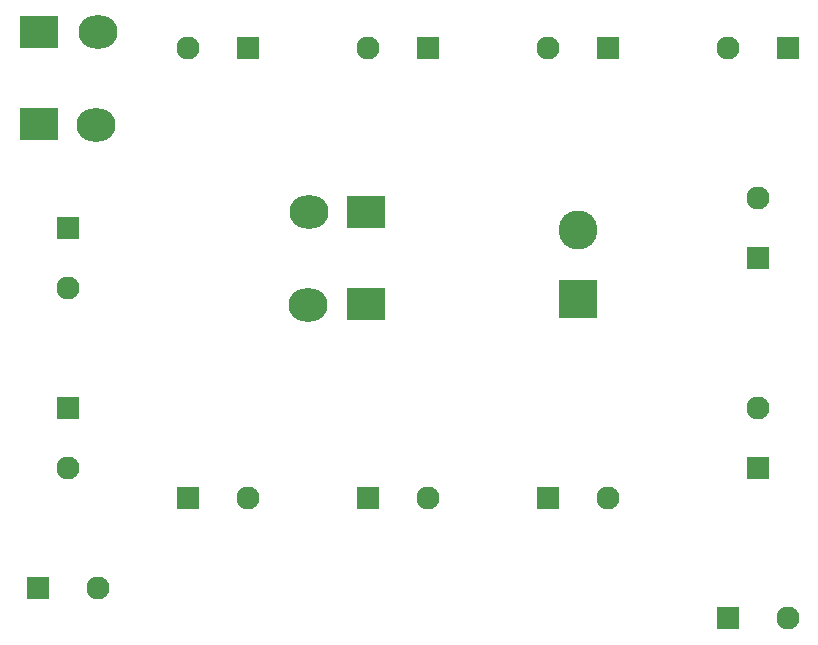
<source format=gbs>
G04*
G04 #@! TF.GenerationSoftware,Altium Limited,Altium Designer,24.3.1 (35)*
G04*
G04 Layer_Color=16711935*
%FSLAX44Y44*%
%MOMM*%
G71*
G04*
G04 #@! TF.SameCoordinates,8F163816-7A31-40B1-8D5E-A3095961BFF6*
G04*
G04*
G04 #@! TF.FilePolarity,Negative*
G04*
G01*
G75*
%ADD15C,1.9548*%
%ADD16R,1.9548X1.9548*%
%ADD17R,1.9548X1.9548*%
%ADD18C,3.3048*%
%ADD19R,3.3048X3.3048*%
%ADD20R,3.3048X2.8048*%
%ADD21O,3.3048X2.8048*%
D15*
X1371600Y1193800D02*
D03*
X1219200D02*
D03*
X1524000D02*
D03*
X1676400D02*
D03*
X1117600Y990600D02*
D03*
Y838200D02*
D03*
X1270000Y812800D02*
D03*
X1422400D02*
D03*
X1143000Y736600D02*
D03*
X1574800Y812800D02*
D03*
X1727200Y711200D02*
D03*
X1701800Y889000D02*
D03*
Y1066800D02*
D03*
D16*
X1422400Y1193800D02*
D03*
X1270000D02*
D03*
X1574800D02*
D03*
X1727200D02*
D03*
X1219200Y812800D02*
D03*
X1371600D02*
D03*
X1092200Y736600D02*
D03*
X1524000Y812800D02*
D03*
X1676400Y711200D02*
D03*
D17*
X1117600Y1041400D02*
D03*
Y889000D02*
D03*
X1701800Y838200D02*
D03*
Y1016000D02*
D03*
D18*
X1550035Y1040130D02*
D03*
D19*
X1549400Y981710D02*
D03*
D20*
X1093470Y1207135D02*
D03*
Y1129665D02*
D03*
X1370330Y977265D02*
D03*
Y1054735D02*
D03*
D21*
X1143000Y1207770D02*
D03*
X1141730Y1129030D02*
D03*
X1320800Y976630D02*
D03*
X1322070Y1055370D02*
D03*
M02*

</source>
